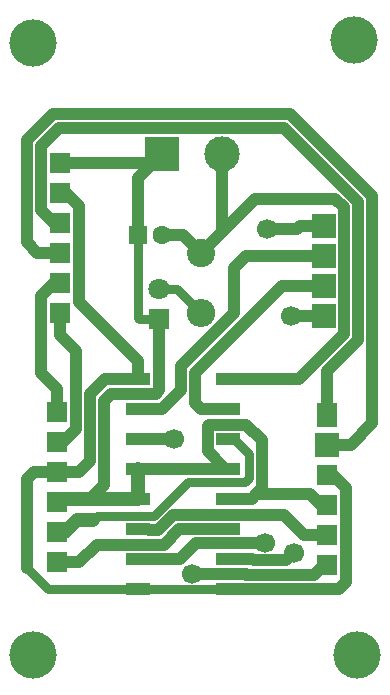
<source format=gbr>
G04 #@! TF.GenerationSoftware,KiCad,Pcbnew,(5.1.2)-2*
G04 #@! TF.CreationDate,2020-04-13T15:56:54+07:00*
G04 #@! TF.ProjectId,l293d,6c323933-642e-46b6-9963-61645f706362,rev?*
G04 #@! TF.SameCoordinates,Original*
G04 #@! TF.FileFunction,Copper,L2,Bot*
G04 #@! TF.FilePolarity,Positive*
%FSLAX46Y46*%
G04 Gerber Fmt 4.6, Leading zero omitted, Abs format (unit mm)*
G04 Created by KiCad (PCBNEW (5.1.2)-2) date 2020-04-13 15:56:54*
%MOMM*%
%LPD*%
G04 APERTURE LIST*
%ADD10R,2.000000X1.000000*%
%ADD11R,1.800000X1.800000*%
%ADD12R,1.800000X2.000000*%
%ADD13R,2.000000X2.000000*%
%ADD14R,3.000000X3.000000*%
%ADD15C,3.000000*%
%ADD16R,1.600000X1.600000*%
%ADD17C,1.600000*%
%ADD18C,1.800000*%
%ADD19C,2.400000*%
%ADD20O,2.400000X2.400000*%
%ADD21C,4.000000*%
%ADD22C,1.700000*%
%ADD23C,1.000000*%
%ADD24C,0.800000*%
%ADD25C,1.200000*%
G04 APERTURE END LIST*
D10*
X107188000Y-107950000D03*
X99568000Y-90170000D03*
X107188000Y-105410000D03*
X99568000Y-92710000D03*
X107188000Y-102870000D03*
X99568000Y-95250000D03*
X107188000Y-100330000D03*
X99568000Y-97790000D03*
X107188000Y-97790000D03*
X99568000Y-100330000D03*
X107188000Y-95250000D03*
X99568000Y-102870000D03*
X107188000Y-92710000D03*
X99568000Y-105410000D03*
X107188000Y-90170000D03*
X99568000Y-107950000D03*
D11*
X92710000Y-105664000D03*
X92710000Y-103124000D03*
X92710000Y-100584000D03*
X92710000Y-98044000D03*
X92710000Y-95504000D03*
X92710000Y-92964000D03*
D12*
X115570000Y-93218000D03*
D13*
X115570000Y-95758000D03*
D11*
X115570000Y-98298000D03*
X115570000Y-100838000D03*
X115570000Y-103378000D03*
X115570000Y-105918000D03*
D14*
X101600000Y-71120000D03*
D15*
X106680000Y-71120000D03*
D13*
X115316000Y-84836000D03*
X115316000Y-82296000D03*
X115316000Y-79756000D03*
X115316000Y-77216000D03*
D11*
X92964000Y-84582000D03*
X92964000Y-82042000D03*
X92964000Y-79502000D03*
X92964000Y-76962000D03*
X92964000Y-74422000D03*
X92964000Y-71882000D03*
D16*
X99568000Y-77978000D03*
D17*
X101568000Y-77978000D03*
D11*
X101346000Y-85090000D03*
D18*
X101346000Y-82550000D03*
D19*
X104902000Y-79502000D03*
D20*
X104902000Y-84582000D03*
D21*
X117856000Y-61468000D03*
X90678000Y-61722000D03*
X118110000Y-113538000D03*
X90678000Y-113538000D03*
D22*
X102616000Y-95250000D03*
X104140000Y-106680000D03*
X112776000Y-104902000D03*
X112522000Y-84836000D03*
X110305990Y-104070010D03*
X110490000Y-77470000D03*
D23*
X99568000Y-73152000D02*
X99568000Y-77978000D01*
X101600000Y-71120000D02*
X99568000Y-73152000D01*
D24*
X99646000Y-85090000D02*
X101346000Y-85090000D01*
X99568000Y-85012000D02*
X99646000Y-85090000D01*
X99568000Y-77978000D02*
X99568000Y-85012000D01*
D23*
X100838000Y-71882000D02*
X101600000Y-71120000D01*
X92964000Y-71882000D02*
X100838000Y-71882000D01*
D25*
X92710000Y-100584000D02*
X92964000Y-100330000D01*
X99568000Y-97790000D02*
X99568000Y-100330000D01*
D23*
X109188000Y-100330000D02*
X107188000Y-100330000D01*
X110088010Y-95390008D02*
X110088010Y-99429990D01*
X105627999Y-94049999D02*
X108748001Y-94049999D01*
X108748001Y-94049999D02*
X110088010Y-95390008D01*
X105487999Y-94189999D02*
X105627999Y-94049999D01*
X105487999Y-96310001D02*
X105487999Y-94189999D01*
X106967998Y-97790000D02*
X105487999Y-96310001D01*
X107188000Y-97790000D02*
X106967998Y-97790000D01*
X96710021Y-99123979D02*
X95504000Y-100330000D01*
X96710021Y-92011979D02*
X96710021Y-99123979D01*
X97282000Y-91440000D02*
X96710021Y-92011979D01*
X101058002Y-91440000D02*
X97282000Y-91440000D01*
X101346000Y-91152002D02*
X101058002Y-91440000D01*
X101346000Y-85090000D02*
X101346000Y-91152002D01*
D25*
X92964000Y-100330000D02*
X95504000Y-100330000D01*
X95504000Y-100330000D02*
X99568000Y-100330000D01*
D23*
X99568000Y-97790000D02*
X107188000Y-97790000D01*
X114144998Y-99933000D02*
X109585000Y-99933000D01*
X115049998Y-100838000D02*
X114144998Y-99933000D01*
X115570000Y-100838000D02*
X115049998Y-100838000D01*
X110088010Y-99429990D02*
X109585000Y-99933000D01*
X109585000Y-99933000D02*
X109188000Y-100330000D01*
X106680000Y-77724000D02*
X104902000Y-79502000D01*
X106680000Y-71120000D02*
X106680000Y-77724000D01*
X103378000Y-77978000D02*
X104902000Y-79502000D01*
X101568000Y-77978000D02*
X103378000Y-77978000D01*
X109188000Y-90170000D02*
X107188000Y-90170000D01*
X113242002Y-90170000D02*
X109188000Y-90170000D01*
X117016001Y-86396001D02*
X113242002Y-90170000D01*
X117016001Y-75655999D02*
X117016001Y-86396001D01*
X116290002Y-74930000D02*
X117016001Y-75655999D01*
X109474000Y-74930000D02*
X116290002Y-74930000D01*
X104902000Y-79502000D02*
X109474000Y-74930000D01*
X107188000Y-102870000D02*
X103074718Y-102870000D01*
X94610000Y-105664000D02*
X92710000Y-105664000D01*
X96064001Y-104209999D02*
X94610000Y-105664000D01*
X101734719Y-104209999D02*
X96064001Y-104209999D01*
X103074718Y-102870000D02*
X101734719Y-104209999D01*
D25*
X94426002Y-102108000D02*
X95758000Y-102108000D01*
X92710000Y-103124000D02*
X93410002Y-103124000D01*
X93410002Y-103124000D02*
X94426002Y-102108000D01*
D24*
X107188000Y-95250000D02*
X106688000Y-95250000D01*
X108988000Y-96550000D02*
X107688000Y-95250000D01*
X107688000Y-95250000D02*
X107188000Y-95250000D01*
X95758000Y-102108000D02*
X96096001Y-101769999D01*
X96096001Y-101769999D02*
X100922001Y-101769999D01*
X100922001Y-101769999D02*
X103801999Y-98890001D01*
X103801999Y-98890001D02*
X108668001Y-98890001D01*
X108668001Y-98890001D02*
X108988000Y-98570002D01*
X108988000Y-98570002D02*
X108988000Y-96550000D01*
D23*
X90810000Y-98044000D02*
X90170000Y-98684000D01*
X92710000Y-98044000D02*
X90810000Y-98044000D01*
X90170000Y-98684000D02*
X90170000Y-106172000D01*
D24*
X91948000Y-107950000D02*
X99568000Y-107950000D01*
X90170000Y-106172000D02*
X91948000Y-107950000D01*
X107188000Y-107950000D02*
X99568000Y-107950000D01*
D23*
X99568000Y-88670000D02*
X99568000Y-90170000D01*
X94564001Y-83666001D02*
X99568000Y-88670000D01*
X94564001Y-75501999D02*
X94564001Y-83666001D01*
X93484002Y-74422000D02*
X94564001Y-75501999D01*
X92964000Y-74422000D02*
X93484002Y-74422000D01*
X94610000Y-98044000D02*
X92710000Y-98044000D01*
X95510011Y-97143989D02*
X94610000Y-98044000D01*
X95510011Y-91433989D02*
X95510011Y-97143989D01*
X96774000Y-90170000D02*
X95510011Y-91433989D01*
X99568000Y-90170000D02*
X96774000Y-90170000D01*
X109188000Y-107950000D02*
X107188000Y-107950000D01*
X116598002Y-107950000D02*
X109188000Y-107950000D01*
X117170001Y-107378001D02*
X116598002Y-107950000D01*
X117170001Y-99377999D02*
X117170001Y-107378001D01*
X116090002Y-98298000D02*
X117170001Y-99377999D01*
X115570000Y-98298000D02*
X116090002Y-98298000D01*
X93230002Y-95504000D02*
X92710000Y-95504000D01*
X94310001Y-94424001D02*
X93230002Y-95504000D01*
X94310001Y-87828001D02*
X94310001Y-94424001D01*
X92964000Y-86482000D02*
X94310001Y-87828001D01*
X92964000Y-84582000D02*
X92964000Y-86482000D01*
X92710000Y-91064000D02*
X92710000Y-92964000D01*
X91363999Y-89717999D02*
X92710000Y-91064000D01*
X91363999Y-83121999D02*
X91363999Y-89717999D01*
X92443998Y-82042000D02*
X91363999Y-83121999D01*
X92964000Y-82042000D02*
X92443998Y-82042000D01*
X91363999Y-75882001D02*
X92443998Y-76962000D01*
X92865999Y-68919999D02*
X91363999Y-70421999D01*
X92443998Y-76962000D02*
X92964000Y-76962000D01*
X111977071Y-68919999D02*
X92865999Y-68919999D01*
X91363999Y-70421999D02*
X91363999Y-75882001D01*
X118216010Y-75158938D02*
X111977071Y-68919999D01*
X115570000Y-89539072D02*
X118216011Y-86893061D01*
X118216011Y-86893061D02*
X118216010Y-75158938D01*
X115570000Y-93218000D02*
X115570000Y-89539072D01*
X91064000Y-79502000D02*
X92964000Y-79502000D01*
X90163990Y-78601990D02*
X91064000Y-79502000D01*
X90163990Y-69924938D02*
X90163990Y-78601990D01*
X92368938Y-67719990D02*
X90163990Y-69924938D01*
X112474131Y-67719989D02*
X92368938Y-67719990D01*
X119416019Y-74661877D02*
X112474131Y-67719989D01*
X119416019Y-93911981D02*
X119416019Y-74661877D01*
X117570000Y-95758000D02*
X119416019Y-93911981D01*
X115570000Y-95758000D02*
X117570000Y-95758000D01*
X102577649Y-101669999D02*
X101237659Y-103009989D01*
X111961999Y-101669999D02*
X102577649Y-101669999D01*
X115570000Y-103378000D02*
X113670000Y-103378000D01*
X113670000Y-103378000D02*
X111961999Y-101669999D01*
X100469989Y-103009989D02*
X101237659Y-103009989D01*
X100330000Y-102870000D02*
X100469989Y-103009989D01*
X99568000Y-102870000D02*
X100330000Y-102870000D01*
X99568000Y-95250000D02*
X102616000Y-95250000D01*
X102616000Y-95250000D02*
X102616000Y-95250000D01*
X104140000Y-106680000D02*
X104140000Y-106680000D01*
X108678002Y-106680000D02*
X104140000Y-106680000D01*
X115316000Y-105918000D02*
X114484010Y-106749990D01*
X115570000Y-105918000D02*
X115316000Y-105918000D01*
X108747992Y-106749990D02*
X108678002Y-106680000D01*
X114484010Y-106749990D02*
X108747992Y-106749990D01*
X109220000Y-105410000D02*
X109359980Y-105549980D01*
X107188000Y-105410000D02*
X109220000Y-105410000D01*
X109359980Y-105549980D02*
X112128020Y-105549980D01*
X112128020Y-105549980D02*
X112776000Y-104902000D01*
X112776000Y-104902000D02*
X112776000Y-104902000D01*
X115316000Y-84836000D02*
X113316000Y-84836000D01*
X113316000Y-84836000D02*
X112522000Y-84836000D01*
X112522000Y-84836000D02*
X112522000Y-84836000D01*
D24*
X115316000Y-82296000D02*
X114916000Y-82296000D01*
D23*
X115316000Y-82296000D02*
X111760000Y-82296000D01*
X111760000Y-82296000D02*
X104394000Y-89662000D01*
X104394000Y-89662000D02*
X104394000Y-92202000D01*
X104902000Y-92710000D02*
X107188000Y-92710000D01*
X104394000Y-92202000D02*
X104902000Y-92710000D01*
D24*
X115316000Y-79756000D02*
X114916000Y-79756000D01*
D23*
X99568000Y-92710000D02*
X99586002Y-92710000D01*
X107696000Y-84600002D02*
X107696000Y-80772000D01*
X108712000Y-79756000D02*
X115316000Y-79756000D01*
X107696000Y-80772000D02*
X108712000Y-79756000D01*
X103193990Y-89102012D02*
X107696000Y-84600002D01*
X103193990Y-91084010D02*
X103193990Y-89102012D01*
X101568000Y-92710000D02*
X103193990Y-91084010D01*
X99568000Y-92710000D02*
X101568000Y-92710000D01*
D24*
X115316000Y-77216000D02*
X115716000Y-77216000D01*
D23*
X104455988Y-104070010D02*
X110305990Y-104070010D01*
X99568000Y-105410000D02*
X103115998Y-105410000D01*
X103115998Y-105410000D02*
X104455988Y-104070010D01*
X110305990Y-104070010D02*
X110305990Y-104070010D01*
X113316000Y-77216000D02*
X113062000Y-77470000D01*
X115316000Y-77216000D02*
X113316000Y-77216000D01*
X113062000Y-77470000D02*
X110490000Y-77470000D01*
X110490000Y-77470000D02*
X110490000Y-77470000D01*
D24*
X102870000Y-82550000D02*
X104902000Y-84582000D01*
X101346000Y-82550000D02*
X102870000Y-82550000D01*
M02*

</source>
